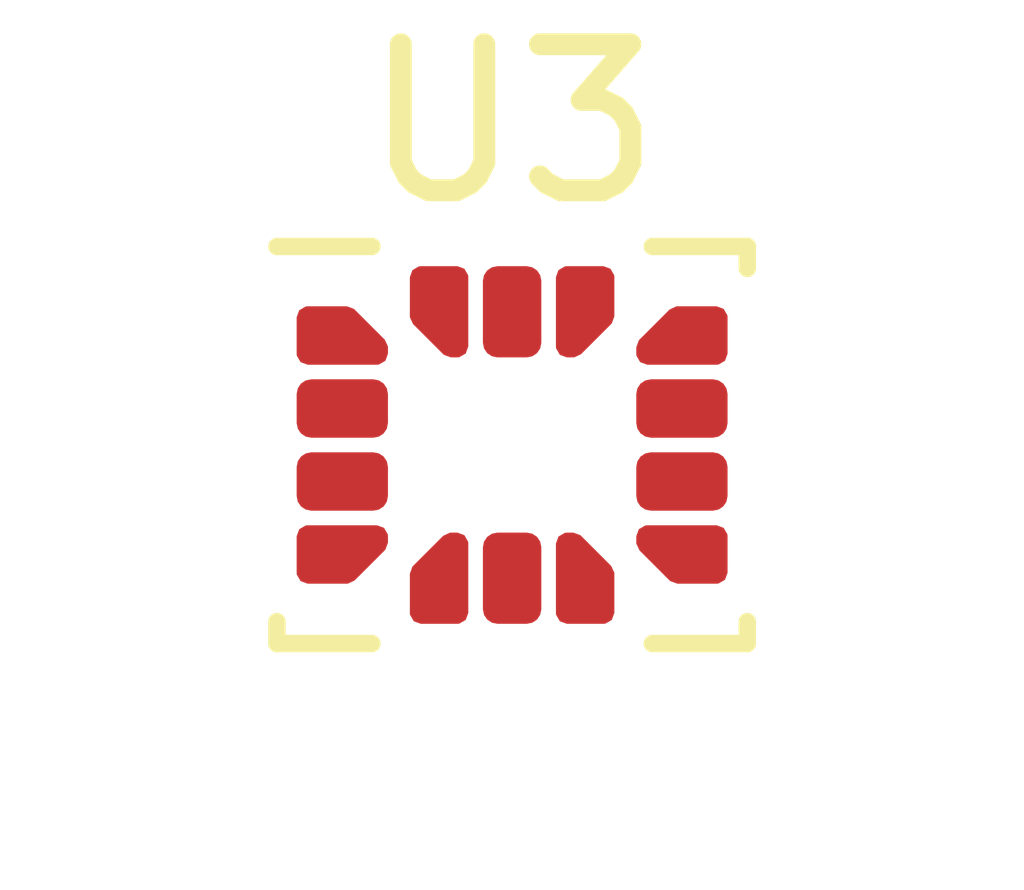
<source format=kicad_pcb>
(kicad_pcb (version 20171130) (host pcbnew "(5.1.5-0-10_14)")

  (general
    (thickness 1.6)
    (drawings 0)
    (tracks 0)
    (zones 0)
    (modules 1)
    (nets 9)
  )

  (page A4)
  (layers
    (0 F.Cu signal)
    (31 B.Cu signal)
    (32 B.Adhes user)
    (33 F.Adhes user)
    (34 B.Paste user)
    (35 F.Paste user)
    (36 B.SilkS user)
    (37 F.SilkS user)
    (38 B.Mask user)
    (39 F.Mask user)
    (40 Dwgs.User user)
    (41 Cmts.User user)
    (42 Eco1.User user)
    (43 Eco2.User user)
    (44 Edge.Cuts user)
    (45 Margin user)
    (46 B.CrtYd user)
    (47 F.CrtYd user)
    (48 B.Fab user)
    (49 F.Fab user)
  )

  (setup
    (last_trace_width 0.25)
    (trace_clearance 0.2)
    (zone_clearance 0.508)
    (zone_45_only no)
    (trace_min 0.2)
    (via_size 0.8)
    (via_drill 0.4)
    (via_min_size 0.4)
    (via_min_drill 0.3)
    (uvia_size 0.3)
    (uvia_drill 0.1)
    (uvias_allowed no)
    (uvia_min_size 0.2)
    (uvia_min_drill 0.1)
    (edge_width 0.05)
    (segment_width 0.2)
    (pcb_text_width 0.3)
    (pcb_text_size 1.5 1.5)
    (mod_edge_width 0.12)
    (mod_text_size 1 1)
    (mod_text_width 0.15)
    (pad_size 1.524 1.524)
    (pad_drill 0.762)
    (pad_to_mask_clearance 0.05)
    (aux_axis_origin 0 0)
    (visible_elements FFFFFF7F)
    (pcbplotparams
      (layerselection 0x010fc_ffffffff)
      (usegerberextensions false)
      (usegerberattributes false)
      (usegerberadvancedattributes false)
      (creategerberjobfile false)
      (excludeedgelayer true)
      (linewidth 0.100000)
      (plotframeref false)
      (viasonmask false)
      (mode 1)
      (useauxorigin false)
      (hpglpennumber 1)
      (hpglpenspeed 20)
      (hpglpendiameter 15.000000)
      (psnegative false)
      (psa4output false)
      (plotreference true)
      (plotvalue true)
      (plotinvisibletext false)
      (padsonsilk false)
      (subtractmaskfromsilk false)
      (outputformat 1)
      (mirror false)
      (drillshape 1)
      (scaleselection 1)
      (outputdirectory ""))
  )

  (net 0 "")
  (net 1 IMU_SDA)
  (net 2 IMU_SCL)
  (net 3 1V8)
  (net 4 "Net-(U3-Pad11)")
  (net 5 "Net-(U3-Pad10)")
  (net 6 "Net-(U1-PadD1)")
  (net 7 GND)
  (net 8 "Net-(U1-PadD2)")

  (net_class Default "This is the default net class."
    (clearance 0.2)
    (trace_width 0.25)
    (via_dia 0.8)
    (via_drill 0.4)
    (uvia_dia 0.3)
    (uvia_drill 0.1)
    (add_net 1V8)
    (add_net GND)
    (add_net IMU_SCL)
    (add_net IMU_SDA)
    (add_net "Net-(U1-PadD1)")
    (add_net "Net-(U1-PadD2)")
    (add_net "Net-(U3-Pad10)")
    (add_net "Net-(U3-Pad11)")
  )

  (module Package_LGA:LGA-14_3x2.5mm_P0.5mm_LayoutBorder3x4y (layer F.Cu) (tedit 5D9F7937) (tstamp 5E8B9FCE)
    (at 132.08 115.57)
    (descr "LGA, 14 Pin (http://www.st.com/resource/en/datasheet/lsm6ds3.pdf), generated with kicad-footprint-generator ipc_noLead_generator.py")
    (tags "LGA NoLead")
    (path /5E870119/5EA9FC8D)
    (attr smd)
    (fp_text reference U3 (at 0 -2.2) (layer F.SilkS)
      (effects (font (size 1 1) (thickness 0.15)))
    )
    (fp_text value LSM6DS3 (at 0 2.2) (layer F.Fab)
      (effects (font (size 1 1) (thickness 0.15)))
    )
    (fp_text user %R (at 0 0) (layer F.Fab)
      (effects (font (size 0.75 0.75) (thickness 0.11)))
    )
    (fp_line (start 1.75 -1.5) (end -1.75 -1.5) (layer F.CrtYd) (width 0.05))
    (fp_line (start 1.75 1.5) (end 1.75 -1.5) (layer F.CrtYd) (width 0.05))
    (fp_line (start -1.75 1.5) (end 1.75 1.5) (layer F.CrtYd) (width 0.05))
    (fp_line (start -1.75 -1.5) (end -1.75 1.5) (layer F.CrtYd) (width 0.05))
    (fp_line (start -1.5 -0.625) (end -0.875 -1.25) (layer F.Fab) (width 0.1))
    (fp_line (start -1.5 1.25) (end -1.5 -0.625) (layer F.Fab) (width 0.1))
    (fp_line (start 1.5 1.25) (end -1.5 1.25) (layer F.Fab) (width 0.1))
    (fp_line (start 1.5 -1.25) (end 1.5 1.25) (layer F.Fab) (width 0.1))
    (fp_line (start -0.875 -1.25) (end 1.5 -1.25) (layer F.Fab) (width 0.1))
    (fp_line (start -0.96 -1.36) (end -1.61 -1.36) (layer F.SilkS) (width 0.12))
    (fp_line (start 1.61 1.36) (end 1.61 1.21) (layer F.SilkS) (width 0.12))
    (fp_line (start 0.96 1.36) (end 1.61 1.36) (layer F.SilkS) (width 0.12))
    (fp_line (start -1.61 1.36) (end -1.61 1.21) (layer F.SilkS) (width 0.12))
    (fp_line (start -0.96 1.36) (end -1.61 1.36) (layer F.SilkS) (width 0.12))
    (fp_line (start 1.61 -1.36) (end 1.61 -1.21) (layer F.SilkS) (width 0.12))
    (fp_line (start 0.96 -1.36) (end 1.61 -1.36) (layer F.SilkS) (width 0.12))
    (pad 14 smd custom (at -0.5 -0.9125) (size 0.223223 0.223223) (layers F.Cu F.Paste F.Mask)
      (net 1 IMU_SDA)
      (options (clearance outline) (anchor circle))
      (primitives
        (gr_poly (pts
           (xy -0.125 -0.2375) (xy 0.125 -0.2375) (xy 0.125 0.2375) (xy 0.081066 0.2375) (xy -0.125 0.031434)
) (width 0.15))
      ))
    (pad 13 smd roundrect (at 0 -0.9125) (size 0.4 0.625) (layers F.Cu F.Paste F.Mask) (roundrect_rratio 0.25)
      (net 2 IMU_SCL))
    (pad 12 smd custom (at 0.5 -0.9125) (size 0.223223 0.223223) (layers F.Cu F.Paste F.Mask)
      (net 3 1V8)
      (options (clearance outline) (anchor circle))
      (primitives
        (gr_poly (pts
           (xy -0.125 -0.2375) (xy 0.125 -0.2375) (xy 0.125 0.031434) (xy -0.081066 0.2375) (xy -0.125 0.2375)
) (width 0.15))
      ))
    (pad 11 smd custom (at 1.1625 -0.75) (size 0.223223 0.223223) (layers F.Cu F.Paste F.Mask)
      (net 4 "Net-(U3-Pad11)")
      (options (clearance outline) (anchor circle))
      (primitives
        (gr_poly (pts
           (xy -0.2375 0.081066) (xy -0.031434 -0.125) (xy 0.2375 -0.125) (xy 0.2375 0.125) (xy -0.2375 0.125)
) (width 0.15))
      ))
    (pad 10 smd roundrect (at 1.1625 -0.25) (size 0.625 0.4) (layers F.Cu F.Paste F.Mask) (roundrect_rratio 0.25)
      (net 5 "Net-(U3-Pad10)"))
    (pad 9 smd roundrect (at 1.1625 0.25) (size 0.625 0.4) (layers F.Cu F.Paste F.Mask) (roundrect_rratio 0.25)
      (net 6 "Net-(U1-PadD1)"))
    (pad 8 smd custom (at 1.1625 0.75) (size 0.223223 0.223223) (layers F.Cu F.Paste F.Mask)
      (net 3 1V8)
      (options (clearance outline) (anchor circle))
      (primitives
        (gr_poly (pts
           (xy -0.2375 -0.125) (xy 0.2375 -0.125) (xy 0.2375 0.125) (xy -0.031434 0.125) (xy -0.2375 -0.081066)
) (width 0.15))
      ))
    (pad 7 smd custom (at 0.5 0.9125) (size 0.223223 0.223223) (layers F.Cu F.Paste F.Mask)
      (net 7 GND)
      (options (clearance outline) (anchor circle))
      (primitives
        (gr_poly (pts
           (xy -0.125 -0.2375) (xy -0.081066 -0.2375) (xy 0.125 -0.031434) (xy 0.125 0.2375) (xy -0.125 0.2375)
) (width 0.15))
      ))
    (pad 6 smd roundrect (at 0 0.9125) (size 0.4 0.625) (layers F.Cu F.Paste F.Mask) (roundrect_rratio 0.25)
      (net 7 GND))
    (pad 5 smd custom (at -0.5 0.9125) (size 0.223223 0.223223) (layers F.Cu F.Paste F.Mask)
      (net 3 1V8)
      (options (clearance outline) (anchor circle))
      (primitives
        (gr_poly (pts
           (xy -0.125 -0.031434) (xy 0.081066 -0.2375) (xy 0.125 -0.2375) (xy 0.125 0.2375) (xy -0.125 0.2375)
) (width 0.15))
      ))
    (pad 4 smd custom (at -1.1625 0.75) (size 0.223223 0.223223) (layers F.Cu F.Paste F.Mask)
      (net 8 "Net-(U1-PadD2)")
      (options (clearance outline) (anchor circle))
      (primitives
        (gr_poly (pts
           (xy -0.2375 -0.125) (xy 0.2375 -0.125) (xy 0.2375 -0.081066) (xy 0.031434 0.125) (xy -0.2375 0.125)
) (width 0.15))
      ))
    (pad 3 smd roundrect (at -1.1625 0.25) (size 0.625 0.4) (layers F.Cu F.Paste F.Mask) (roundrect_rratio 0.25)
      (net 7 GND))
    (pad 2 smd roundrect (at -1.1625 -0.25) (size 0.625 0.4) (layers F.Cu F.Paste F.Mask) (roundrect_rratio 0.25)
      (net 7 GND))
    (pad 1 smd custom (at -1.1625 -0.75) (size 0.223223 0.223223) (layers F.Cu F.Paste F.Mask)
      (net 7 GND)
      (options (clearance outline) (anchor circle))
      (primitives
        (gr_poly (pts
           (xy -0.2375 -0.125) (xy 0.031434 -0.125) (xy 0.2375 0.081066) (xy 0.2375 0.125) (xy -0.2375 0.125)
) (width 0.15))
      ))
    (model ${KISYS3DMOD}/Package_LGA.3dshapes/LGA-14_3x2.5mm_P0.5mm_LayoutBorder3x4y.wrl
      (at (xyz 0 0 0))
      (scale (xyz 1 1 1))
      (rotate (xyz 0 0 0))
    )
  )

)

</source>
